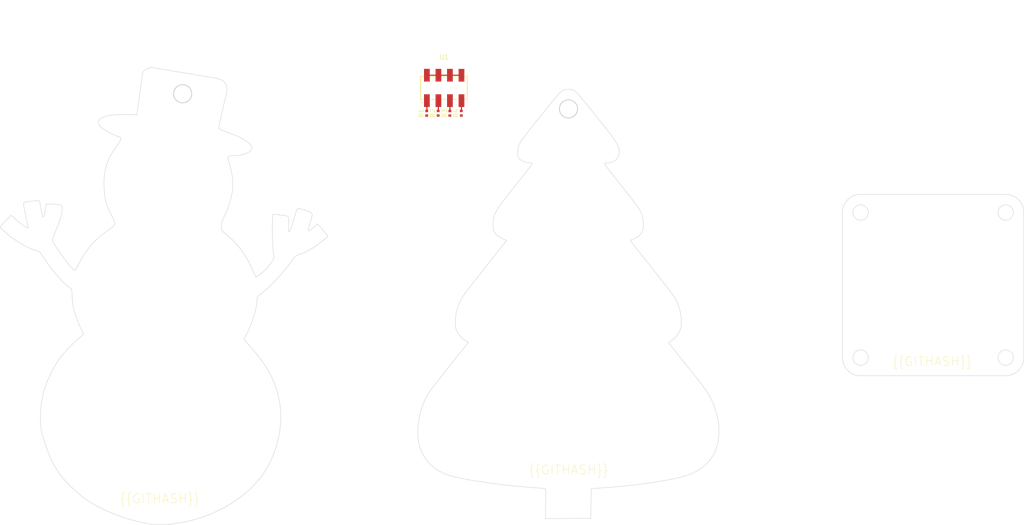
<source format=kicad_pcb>
(kicad_pcb (version 20221018) (generator pcbnew)
  (layers (0 "F.Cu" signal) (31 "B.Cu" signal) (34 "B.Paste" user) (35 "F.Paste" user) (36 "B.SilkS" user "B.Silkscreen") (37 "F.SilkS" user "F.Silkscreen") (38 "B.Mask" user) (39 "F.Mask" user) (44 "Edge.Cuts" user))
  (net 0 "")
  (net 1 "io")
  (net 2 "_1")
  (net 3 "io-1")
  (net 4 "_3")
  (net 5 "io-2")
  (net 6 "_5")
  (net 7 "io-3")
  (net 8 "_7")
  (net 9 "gnd")
  (footprint "lib:HDR-SMD_8P-P2.54-V-M-R2-C4-LS7.4" (layer "F.Cu") (at 133.82 54.325)
    (fp_text reference "U1" (at 0 -6.8) (layer "F.SilkS"))
    (fp_text value "")
    (fp_line (start -5.21 -2.54) (end -5.21 2.54) (stroke (width 0.25)) (layer "F.SilkS"))
    (fp_line (start -5.21 -2.54) (end -4.68 -2.54) (stroke (width 0.25)) (layer "F.SilkS"))
    (fp_line (start -5.21 2.54) (end -4.68 2.54) (stroke (width 0.25)) (layer "F.SilkS"))
    (fp_line (start -2.94 -2.54) (end -2.14 -2.54) (stroke (width 0.25)) (layer "F.SilkS"))
    (fp_line (start -2.94 2.54) (end -2.14 2.54) (stroke (width 0.25)) (layer "F.SilkS"))
    (fp_line (start -0.4 -2.54) (end 0.4 -2.54) (stroke (width 0.25)) (layer "F.SilkS"))
    (fp_line (start -0.4 2.54) (end 0.4 2.54) (stroke (width 0.25)) (layer "F.SilkS"))
    (fp_line (start 2.14 -2.54) (end 2.94 -2.54) (stroke (width 0.25)) (layer "F.SilkS"))
    (fp_line (start 2.14 2.54) (end 2.94 2.54) (stroke (width 0.25)) (layer "F.SilkS"))
    (fp_line (start 4.68 2.54) (end 5.1 2.54) (stroke (width 0.25)) (layer "F.SilkS"))
    (fp_line (start 5.1 -2.54) (end 4.68 -2.54) (stroke (width 0.25)) (layer "F.SilkS"))
    (fp_line (start 5.1 2.54) (end 5.1 -2.54) (stroke (width 0.25)) (layer "F.SilkS"))
    (fp_circle (center -4.95 3.17) (end -4.82 3.17) (stroke (width 0.25)) (fill none) (layer "F.SilkS"))
    (pad "1" smd rect (at -3.81 2.8) (size 1.27 2.8) (layers "F.Cu" "F.Paste" "F.Mask") (net 2 "_1"))
    (pad "2" smd rect (at -3.81 -2.8) (size 1.27 2.8) (layers "F.Cu" "F.Paste" "F.Mask") (net 9 "gnd"))
    (pad "3" smd rect (at -1.27 2.8) (size 1.27 2.8) (layers "F.Cu" "F.Paste" "F.Mask") (net 4 "_3"))
    (pad "4" smd rect (at -1.27 -2.8) (size 1.27 2.8) (layers "F.Cu" "F.Paste" "F.Mask") (net 9 "gnd"))
    (pad "5" smd rect (at 1.27 2.8) (size 1.27 2.8) (layers "F.Cu" "F.Paste" "F.Mask") (net 6 "_5"))
    (pad "6" smd rect (at 1.27 -2.8) (size 1.27 2.8) (layers "F.Cu" "F.Paste" "F.Mask") (net 9 "gnd"))
    (pad "7" smd rect (at 3.81 2.8) (size 1.27 2.8) (layers "F.Cu" "F.Paste" "F.Mask") (net 8 "_7"))
    (pad "8" smd rect (at 3.81 -2.79) (size 1.27 2.8) (layers "F.Cu" "F.Paste" "F.Mask") (net 9 "gnd"))
  )
  (footprint "lib:R0402" (layer "F.Cu") (at 135.071638 59.917421 90)
    (fp_text reference "R3" (at 0 -1.17 90) (layer "F.SilkS"))
    (fp_text value "Chip Resistor - Surface Mount 1KOhms ±5% 1/16W 0402 RoHS")
    (fp_line (start -0.153641 -0.38) (end 0.153641 -0.38) (stroke (width 0.12)) (layer "F.SilkS"))
    (fp_line (start -0.153641 0.38) (end 0.153641 0.38) (stroke (width 0.12)) (layer "F.SilkS"))
    (pad "1" smd roundrect (at -0.51 0 90) (size 0.54 0.64) (layers "F.Cu" "F.Paste" "F.Mask") (net 5 "io-2"))
    (pad "2" smd roundrect (at 0.51 0 90) (size 0.54 0.64) (layers "F.Cu" "F.Paste" "F.Mask") (net 6 "_5"))
  )
  (footprint "lib:R0402" (layer "F.Cu") (at 129.969138 59.912715 90)
    (fp_text reference "R1" (at 0 -1.17 90) (layer "F.SilkS"))
    (fp_text value "Chip Resistor - Surface Mount 1KOhms ±5% 1/16W 0402 RoHS")
    (fp_line (start -0.153641 -0.38) (end 0.153641 -0.38) (stroke (width 0.12)) (layer "F.SilkS"))
    (fp_line (start -0.153641 0.38) (end 0.153641 0.38) (stroke (width 0.12)) (layer "F.SilkS"))
    (pad "1" smd roundrect (at -0.51 0 90) (size 0.54 0.64) (layers "F.Cu" "F.Paste" "F.Mask") (net 1 "io"))
    (pad "2" smd roundrect (at 0.51 0 90) (size 0.54 0.64) (layers "F.Cu" "F.Paste" "F.Mask") (net 2 "_1"))
  )
  (footprint "lib:R0402" (layer "F.Cu") (at 132.494355 59.902051 90)
    (fp_text reference "R2" (at 0 -1.17 90) (layer "F.SilkS"))
    (fp_text value "Chip Resistor - Surface Mount 1KOhms ±5% 1/16W 0402 RoHS")
    (fp_line (start -0.153641 -0.38) (end 0.153641 -0.38) (stroke (width 0.12)) (layer "F.SilkS"))
    (fp_line (start -0.153641 0.38) (end 0.153641 0.38) (stroke (width 0.12)) (layer "F.SilkS"))
    (pad "1" smd roundrect (at -0.51 0 90) (size 0.54 0.64) (layers "F.Cu" "F.Paste" "F.Mask") (net 3 "io-1"))
    (pad "2" smd roundrect (at 0.51 0 90) (size 0.54 0.64) (layers "F.Cu" "F.Paste" "F.Mask") (net 4 "_3"))
  )
  (footprint "lib:R0402" (layer "F.Cu") (at 137.596855 59.902051 90)
    (fp_text reference "R4" (at 0 -1.17 90) (layer "F.SilkS"))
    (fp_text value "Chip Resistor - Surface Mount 1KOhms ±5% 1/16W 0402 RoHS")
    (fp_line (start -0.153641 -0.38) (end 0.153641 -0.38) (stroke (width 0.12)) (layer "F.SilkS"))
    (fp_line (start -0.153641 0.38) (end 0.153641 0.38) (stroke (width 0.12)) (layer "F.SilkS"))
    (pad "1" smd roundrect (at -0.51 0 90) (size 0.54 0.64) (layers "F.Cu" "F.Paste" "F.Mask") (net 7 "io-3"))
    (pad "2" smd roundrect (at 0.51 0 90) (size 0.54 0.64) (layers "F.Cu" "F.Paste" "F.Mask") (net 8 "_7"))
  )
  (gr_circle (center 225.62 81.79) (end 227.32 81.79) (stroke (width 0.1)) (fill none) (layer "Edge.Cuts"))
  (gr_circle (center 257.62 113.79) (end 259.32 113.79) (stroke (width 0.1)) (fill none) (layer "Edge.Cuts"))
  (gr_circle (center 257.62 81.79) (end 259.32 81.79) (stroke (width 0.1)) (fill none) (layer "Edge.Cuts"))
  (gr_poly (pts (xy 75.142222 50.797022) (xy 79.756606 51.568267) (xy 82.366969 51.99203) (xy 83.019066 52.095762) (xy 83.303876 52.146979) (xy 83.563537 52.198618) (xy 83.799806 52.251323) (xy 84.01444 52.305736) (xy 84.209196 52.362498) (xy 84.385831 52.422252) (xy 84.546102 52.485641) (xy 84.691766 52.553306) (xy 84.824581 52.62589) (xy 84.946303 52.704035) (xy 85.05869 52.788383) (xy 85.163499 52.879577) (xy 85.262486 52.978258) (xy 85.357409 53.08507) (xy 85.479286 53.234958) (xy 85.586233 53.378736) (xy 85.634185 53.44915) (xy 85.678498 53.519015) (xy 85.719202 53.588656) (xy 85.75633 53.658402) (xy 85.789911 53.728576) (xy 85.819976 53.799506) (xy 85.846558 53.871517) (xy 85.869686 53.944936) (xy 85.889392 54.020089) (xy 85.905707 54.097301) (xy 85.918662 54.176899) (xy 85.928287 54.259209) (xy 85.934615 54.344557) (xy 85.937675 54.433269) (xy 85.937499 54.525672) (xy 85.934119 54.62209) (xy 85.927564 54.722851) (xy 85.917866 54.82828) (xy 85.889166 55.054449) (xy 85.848266 55.303204) (xy 85.795414 55.577155) (xy 85.730859 55.878909) (xy 85.654849 56.211077) (xy 84.878546 59.55341) (xy 84.657875 60.550977) (xy 84.450892 61.532488) (xy 84.331406 62.116419) (xy 84.229648 62.629765) (xy 84.15639 63.017063) (xy 84.122409 63.222849) (xy 84.123062 63.236814) (xy 84.127967 63.251873) (xy 84.137065 63.268001) (xy 84.150302 63.285171) (xy 84.167619 63.303357) (xy 84.188962 63.322534) (xy 84.214273 63.342674) (xy 84.243497 63.363751) (xy 84.313454 63.408613) (xy 84.398381 63.456909) (xy 84.497828 63.50843) (xy 84.611342 63.562966) (xy 84.738473 63.620306) (xy 84.878767 63.680241) (xy 85.031775 63.742561) (xy 85.197043 63.807056) (xy 85.374121 63.873515) (xy 85.562558 63.94173) (xy 85.7619 64.011489) (xy 85.971698 64.082583) (xy 86.585981 64.296029) (xy 87.172975 64.516947) (xy 87.730729 64.744054) (xy 88.257293 64.976069) (xy 88.75072 65.211708) (xy 89.209058 65.449689) (xy 89.63036 65.68873) (xy 90.012676 65.927548) (xy 90.354056 66.16486) (xy 90.652552 66.399385) (xy 90.906214 66.629839) (xy 91.113092 66.85494) (xy 91.271238 67.073405) (xy 91.378702 67.283953) (xy 91.412819 67.385857) (xy 91.433535 67.485301) (xy 91.440605 67.582123) (xy 91.433787 67.676165) (xy 91.41712 67.753004) (xy 91.390362 67.829368) (xy 91.35383 67.905131) (xy 91.307839 67.980165) (xy 91.252707 68.054343) (xy 91.188749 68.12754) (xy 91.116281 68.199626) (xy 91.03562 68.270477) (xy 90.947082 68.339964) (xy 90.850984 68.407961) (xy 90.747641 68.47434) (xy 90.637371 68.538975) (xy 90.520488 68.601739) (xy 90.39731 68.662505) (xy 90.268153 68.721145) (xy 90.133332 68.777534) (xy 89.993165 68.831543) (xy 89.847967 68.883047) (xy 89.543745 68.978027) (xy 89.223197 69.06146) (xy 88.888852 69.132329) (xy 88.54324 69.189618) (xy 88.188892 69.232313) (xy 88.009232 69.24787) (xy 87.828337 69.259397) (xy 87.646523 69.266767) (xy 87.464106 69.269854) (xy 87.202959 69.272042) (xy 86.97453 69.277492) (xy 86.777472 69.288473) (xy 86.690288 69.296746) (xy 86.610443 69.307253) (xy 86.537768 69.320276) (xy 86.472096 69.3361) (xy 86.413258 69.355009) (xy 86.361087 69.377285) (xy 86.315414 69.403211) (xy 86.276071 69.433073) (xy 86.24289 69.467154) (xy 86.215703 69.505736) (xy 86.194342 69.549103) (xy 86.178638 69.59754) (xy 86.168424 69.65133) (xy 86.163532 69.710755) (xy 86.163793 69.776101) (xy 86.169039 69.847649) (xy 86.179102 69.925685) (xy 86.193814 70.010491) (xy 86.236514 70.20155) (xy 86.295792 70.423093) (xy 86.370304 70.677389) (xy 86.458705 70.966708) (xy 86.582128 71.384478) (xy 86.694998 71.803093) (xy 86.797211 72.221567) (xy 86.888665 72.638919) (xy 86.969257 73.054166) (xy 87.038885 73.466323) (xy 87.097447 73.874409) (xy 87.144838 74.277439) (xy 87.180958 74.674432) (xy 87.205702 75.064404) (xy 87.21897 75.446371) (xy 87.220657 75.819352) (xy 87.210662 76.182361) (xy 87.188881 76.534418) (xy 87.155212 76.874538) (xy 87.109553 77.201739) (xy 86.986123 77.871628) (xy 86.830027 78.558912) (xy 86.643845 79.255662) (xy 86.430157 79.953949) (xy 86.19154 80.645848) (xy 85.930575 81.323429) (xy 85.649841 81.978766) (xy 85.351916 82.60393) (xy 85.189192 82.938586) (xy 85.118752 83.093315) (xy 85.055229 83.240939) (xy 84.998352 83.382431) (xy 84.947849 83.518761) (xy 84.903447 83.650903) (xy 84.864875 83.779828) (xy 84.831859 83.906506) (xy 84.804129 84.031911) (xy 84.781412 84.157013) (xy 84.763435 84.282785) (xy 84.749927 84.410197) (xy 84.740615 84.540223) (xy 84.735228 84.673833) (xy 84.733493 84.811999) (xy 84.736223 85.129082) (xy 84.741369 85.261496) (xy 84.750575 85.379459) (xy 84.764997 85.485194) (xy 84.774524 85.534172) (xy 84.785789 85.580928) (xy 84.798934 85.625739) (xy 84.814106 85.668884) (xy 84.831447 85.710641) (xy 84.851104 85.751288) (xy 84.873219 85.791103) (xy 84.897937 85.830364) (xy 84.925403 85.869349) (xy 84.955761 85.908337) (xy 84.989155 85.947605) (xy 85.02573 85.987432) (xy 85.109 86.069873) (xy 85.206725 86.157886) (xy 85.320061 86.253696) (xy 85.598185 86.477602) (xy 86.096863 86.886277) (xy 86.577755 87.306529) (xy 87.04138 87.739064) (xy 87.488258 88.184586) (xy 87.918909 88.6438) (xy 88.333852 89.117412) (xy 88.733607 89.606125) (xy 89.118694 90.110646) (xy 89.489632 90.631678) (xy 89.846941 91.169927) (xy 90.19114 91.726098) (xy 90.52275 92.300895) (xy 90.84229 92.895024) (xy 91.150279 93.509189) (xy 91.447237 94.144095) (xy 91.733683 94.800448) (xy 91.84059 95.047283) (xy 91.945802 95.277558) (xy 92.046625 95.486234) (xy 92.140364 95.668271) (xy 92.224324 95.818627) (xy 92.295813 95.932265) (xy 92.326039 95.973739) (xy 92.352136 96.004143) (xy 92.373767 96.022848) (xy 92.382804 96.027616) (xy 92.390597 96.029223) (xy 92.399173 96.028006) (xy 92.410522 96.024397) (xy 92.441219 96.010237) (xy 92.482045 95.987221) (xy 92.53236 95.955824) (xy 92.591521 95.916524) (xy 92.658887 95.869798) (xy 92.815666 95.755976) (xy 92.997564 95.618173) (xy 93.199447 95.460204) (xy 93.416182 95.285885) (xy 93.642634 95.099032) (xy 93.891007 94.882848) (xy 94.141366 94.648628) (xy 94.390948 94.400061) (xy 94.636991 94.140836) (xy 94.87673 93.874641) (xy 95.107403 93.605164) (xy 95.326247 93.336095) (xy 95.530498 93.071122) (xy 95.717394 92.813933) (xy 95.884171 92.568218) (xy 96.028066 92.337665) (xy 96.146316 92.125962) (xy 96.236159 91.936798) (xy 96.294829 91.773863) (xy 96.311612 91.703383) (xy 96.319566 91.640844) (xy 96.318345 91.586706) (xy 96.307605 91.54143) (xy 96.264441 91.378418) (xy 96.221593 91.121805) (xy 96.138989 90.373142) (xy 96.064068 89.386161) (xy 96.001109 88.251583) (xy 95.954389 87.060129) (xy 95.928186 85.902519) (xy 95.926777 84.869474) (xy 95.95444 84.051714) (xy 96.07471 82.177477) (xy 97.36716 82.304781) (xy 98.13507 82.379263) (xy 98.441266 82.413109) (xy 98.700599 82.449744) (xy 98.916803 82.492956) (xy 99.009898 82.518212) (xy 99.09361 82.546534) (xy 99.168406 82.578395) (xy 99.234753 82.614268) (xy 99.293117 82.654627) (xy 99.343964 82.699946) (xy 99.387763 82.750698) (xy 99.424978 82.807357) (xy 99.456076 82.870396) (xy 99.481525 82.94029) (xy 99.501791 83.017511) (xy 99.51734 83.102533) (xy 99.536155 83.297877) (xy 99.541702 83.530109) (xy 99.537716 83.803018) (xy 99.51607 84.486025) (xy 99.501811 85.019341) (xy 99.495778 85.429631) (xy 99.49953 85.727933) (xy 99.505563 85.838537) (xy 99.514626 85.925284) (xy 99.526915 85.989553) (xy 99.542625 86.032723) (xy 99.551823 86.046828) (xy 99.56195 86.056175) (xy 99.573029 86.060938) (xy 99.585085 86.061289) (xy 99.612224 86.049443) (xy 99.643564 86.022019) (xy 99.679299 85.980395) (xy 99.719623 85.925951) (xy 99.770963 85.835961) (xy 99.83738 85.6921) (xy 100.00736 85.267042) (xy 100.213404 84.699332) (xy 100.439353 84.037526) (xy 100.669049 83.330178) (xy 100.886332 82.625845) (xy 101.075044 81.973082) (xy 101.219027 81.420443) (xy 101.232451 81.367288) (xy 101.246658 81.317349) (xy 101.261814 81.270604) (xy 101.278084 81.227032) (xy 101.295634 81.186611) (xy 101.314631 81.149321) (xy 101.33524 81.115138) (xy 101.357628 81.084043) (xy 101.381959 81.056013) (xy 101.4084 81.031027) (xy 101.437117 81.009064) (xy 101.468275 80.990102) (xy 101.502041 80.974119) (xy 101.538581 80.961095) (xy 101.578059 80.951007) (xy 101.620643 80.943835) (xy 101.666497 80.939556) (xy 101.715788 80.938149) (xy 101.768682 80.939594) (xy 101.825345 80.943867) (xy 101.885942 80.950949) (xy 101.950639 80.960817) (xy 102.019603 80.97345) (xy 102.092998 80.988826) (xy 102.170992 81.006924) (xy 102.253749 81.027723) (xy 102.434219 81.077337) (xy 102.635734 81.137495) (xy 102.859622 81.208025) (xy 103.581471 81.438726) (xy 103.868146 81.535185) (xy 104.108644 81.625316) (xy 104.212356 81.669476) (xy 104.305459 81.713816) (xy 104.388264 81.758923) (xy 104.461082 81.805384) (xy 104.524226 81.853787) (xy 104.578006 81.904719) (xy 104.622735 81.958768) (xy 104.658725 82.01652) (xy 104.686285 82.078563) (xy 104.705729 82.145484) (xy 104.717368 82.217871) (xy 104.721513 82.296311) (xy 104.718476 82.381392) (xy 104.708568 82.4737) (xy 104.692102 82.573823) (xy 104.669388 82.682348) (xy 104.606464 82.926954) (xy 104.522289 83.212218) (xy 104.300158 83.92351) (xy 104.076968 84.658354) (xy 103.993442 84.95378) (xy 103.929762 85.203046) (xy 103.886777 85.407528) (xy 103.865337 85.568604) (xy 103.862962 85.633296) (xy 103.866292 85.687652) (xy 103.875434 85.731846) (xy 103.890492 85.766049) (xy 103.911574 85.790433) (xy 103.938786 85.805172) (xy 103.972234 85.810436) (xy 104.012025 85.806398) (xy 104.058263 85.79323) (xy 104.111056 85.771105) (xy 104.236732 85.700671) (xy 104.3899 85.596472) (xy 104.571411 85.459887) (xy 105.02286 85.095065) (xy 105.918216 84.355181) (xy 106.388476 84.86751) (xy 106.496975 84.987739) (xy 106.625318 85.133369) (xy 106.92254 85.478508) (xy 107.242155 85.858286) (xy 107.546176 86.22806) (xy 108.2336 87.076296) (xy 106.72333 88.254687) (xy 106.031007 88.783192) (xy 105.392025 89.245391) (xy 105.089314 89.453516) (xy 104.796071 89.647331) (xy 104.511007 89.827593) (xy 104.232833 89.995056) (xy 103.960259 90.150478) (xy 103.691998 90.294613) (xy 103.426759 90.428217) (xy 103.163254 90.552046) (xy 102.900193 90.666855) (xy 102.636288 90.773401) (xy 102.370249 90.872439) (xy 102.100787 90.964724) (xy 101.955978 91.013649) (xy 101.818902 91.062832) (xy 101.689432 91.112348) (xy 101.567439 91.162273) (xy 101.452795 91.212683) (xy 101.345371 91.263651) (xy 101.245039 91.315254) (xy 101.151671 91.367567) (xy 101.065138 91.420665) (xy 100.985313 91.474624) (xy 100.912065 91.529517) (xy 100.845269 91.585421) (xy 100.784794 91.642412) (xy 100.730512 91.700563) (xy 100.682296 91.759951) (xy 100.640017 91.82065) (xy 100.313962 92.312951) (xy 99.958065 92.82026) (xy 99.575318 93.339289) (xy 99.168711 93.866747) (xy 98.741234 94.399346) (xy 98.295878 94.933795) (xy 97.835635 95.466804) (xy 97.363494 95.995083) (xy 96.882446 96.515343) (xy 96.395482 97.024295) (xy 95.905593 97.518647) (xy 95.415769 97.995111) (xy 94.929002 98.450396) (xy 94.44828 98.881213) (xy 93.976596 99.284272) (xy 93.51694 99.656283) (xy 93.364132 99.777198) (xy 93.228349 99.887118) (xy 93.108601 99.987555) (xy 93.003899 100.080022) (xy 92.913256 100.166032) (xy 92.835682 100.247098) (xy 92.770188 100.324733) (xy 92.741662 100.362737) (xy 92.715786 100.40045) (xy 92.692435 100.438062) (xy 92.671487 100.475762) (xy 92.652817 100.513738) (xy 92.636302 100.552181) (xy 92.621819 100.591279) (xy 92.609244 100.631221) (xy 92.589322 100.714395) (xy 92.575548 100.803215) (xy 92.566934 100.899195) (xy 92.56249 101.003847) (xy 92.561229 101.118685) (xy 92.548214 101.459191) (xy 92.510172 101.840399) (xy 92.448603 102.257479) (xy 92.365007 102.705605) (xy 92.260885 103.179948) (xy 92.137739 103.675679) (xy 91.997068 104.187971) (xy 91.840373 104.711996) (xy 91.669155 105.242926) (xy 91.484915 105.775933) (xy 91.289154 106.306188) (xy 91.083372 106.828864) (xy 90.86907 107.339132) (xy 90.647749 107.832164) (xy 90.420909 108.303133) (xy 90.190051 108.74721) (xy 89.658061 109.729433) (xy 90.799319 111.025652) (xy 91.552256 111.894452) (xy 92.247519 112.726345) (xy 92.887901 113.52649) (xy 93.476195 114.300047) (xy 94.015193 115.052178) (xy 94.507688 115.788042) (xy 94.956473 116.5128) (xy 95.364341 117.231612) (xy 95.734083 117.949638) (xy 96.068493 118.672038) (xy 96.370364 119.403974) (xy 96.642488 120.150605) (xy 96.887657 120.917091) (xy 97.108665 121.708593) (xy 97.308304 122.530271) (xy 97.489367 123.387286) (xy 97.659586 124.435519) (xy 97.764545 125.512723) (xy 97.805707 126.613102) (xy 97.784533 127.73086) (xy 97.702485 128.860202) (xy 97.561026 129.995332) (xy 97.361618 131.130454) (xy 97.105722 132.259774) (xy 96.794801 133.377494) (xy 96.430316 134.47782) (xy 96.01373 135.554956) (xy 95.546505 136.603107) (xy 95.030102 137.616476) (xy 94.465984 138.589268) (xy 93.855613 139.515689) (xy 93.20045 140.389941) (xy 92.386005 141.350273) (xy 91.510226 142.273552) (xy 90.576227 143.158109) (xy 89.587122 144.002278) (xy 88.546024 144.80439) (xy 87.456048 145.562779) (xy 86.320308 146.275777) (xy 85.141916 146.941716) (xy 83.923988 147.558929) (xy 82.669636 148.125749) (xy 81.381976 148.640508) (xy 80.06412 149.101539) (xy 78.719182 149.507174) (xy 77.350277 149.855747) (xy 75.960518 150.145589) (xy 74.553019 150.375033) (xy 73.862872 150.459306) (xy 73.131633 150.525975) (xy 72.383923 150.574372) (xy 71.644361 150.603827) (xy 70.93757 150.613671) (xy 70.288169 150.603235) (xy 69.720779 150.57185) (xy 69.475532 150.548093) (xy 69.26002 150.518847) (xy 69.260051 150.518832) (xy 67.831835 150.262486) (xy 66.416949 149.953785) (xy 65.016193 149.592984) (xy 63.630368 149.180338) (xy 62.260274 148.716103) (xy 60.90671 148.200532) (xy 59.570477 147.633881) (xy 58.252375 147.016405) (xy 57.283074 146.528505) (xy 56.847829 146.298277) (xy 56.438641 146.072324) (xy 56.050351 145.846994) (xy 55.6778 145.618633) (xy 55.315827 145.383588) (xy 54.959273 145.138205) (xy 54.602979 144.87883) (xy 54.241783 144.601811) (xy 53.870528 144.303492) (xy 53.484054 143.980222) (xy 52.644807 143.244211) (xy 51.682765 142.36455) (xy 51.097036 141.804159) (xy 50.54538 141.238954) (xy 50.025658 140.665073) (xy 49.535731 140.078649) (xy 49.07346 139.475819) (xy 48.636705 138.852719) (xy 48.223328 138.205483) (xy 47.831189 137.530249) (xy 47.458149 136.823151) (xy 47.10207 136.080325) (xy 46.760812 135.297907) (xy 46.432236 134.472032) (xy 46.114202 133.598836) (xy 45.804573 132.674455) (xy 45.501208 131.695024) (xy 45.201968 130.656679) (xy 45.078569 130.147371) (xy 44.978794 129.594224) (xy 44.90231 129.00242) (xy 44.848785 128.377144) (xy 44.817886 127.723579) (xy 44.809281 127.046907) (xy 44.822637 126.352311) (xy 44.857621 125.644974) (xy 44.913901 124.93008) (xy 44.991145 124.212811) (xy 45.089019 123.498351) (xy 45.207191 122.791883) (xy 45.345328 122.098589) (xy 45.503099 121.423652) (xy 45.68017 120.772256) (xy 45.876208 120.149584) (xy 46.005143 119.787909) (xy 46.154924 119.401263) (xy 46.508073 118.570286) (xy 46.917749 117.69111) (xy 47.366047 116.79819) (xy 47.83506 115.92598) (xy 48.306883 115.108937) (xy 48.76361 114.381515) (xy 48.980717 114.062179) (xy 49.187335 113.77817) (xy 49.387433 113.519297) (xy 49.599256 113.255538) (xy 50.056372 112.715109) (xy 50.555279 112.160374) (xy 51.092575 111.594824) (xy 51.664855 111.021952) (xy 52.268718 110.445248) (xy 52.900758 109.868205) (xy 53.557574 109.294314) (xy 54.329783 108.634142) (xy 53.616031 107.110232) (xy 53.390001 106.6154) (xy 53.179365 106.128819) (xy 52.984012 105.650049) (xy 52.803829 105.178652) (xy 52.638704 104.71419) (xy 52.488525 104.256224) (xy 52.353181 103.804315) (xy 52.232559 103.358025) (xy 52.126547 102.916915) (xy 52.035034 102.480548) (xy 51.957906 102.048484) (xy 51.895053 101.620284) (xy 51.846363 101.195511) (xy 51.811722 100.773726) (xy 51.79102 100.35449) (xy 51.784144 99.937365) (xy 51.780657 99.620612) (xy 51.776007 99.482669) (xy 51.769161 99.357285) (xy 51.759927 99.243666) (xy 51.748111 99.141014) (xy 51.733519 99.048534) (xy 51.715958 98.96543) (xy 51.695233 98.890904) (xy 51.671153 98.824161) (xy 51.643523 98.764406) (xy 51.612149 98.71084) (xy 51.576839 98.662669) (xy 51.537399 98.619096) (xy 51.493635 98.579325) (xy 51.445353 98.542559) (xy 51.149902 98.324092) (xy 50.839064 98.073347) (xy 50.514896 97.792628) (xy 50.179453 97.484238) (xy 49.834791 97.150482) (xy 49.482966 96.793665) (xy 49.126033 96.41609) (xy 48.766047 96.020062) (xy 48.405065 95.607885) (xy 48.045142 95.181864) (xy 47.688333 94.744302) (xy 47.336694 94.297504) (xy 46.992281 93.843774) (xy 46.657149 93.385417) (xy 46.333354 92.924737) (xy 46.022952 92.464037) (xy 45.611719 91.844971) (xy 45.279782 91.362091) (xy 45.137757 91.165551) (xy 45.008606 90.995655) (xy 44.89001 90.849933) (xy 44.779654 90.725918) (xy 44.675221 90.621143) (xy 44.574392 90.533138) (xy 44.474852 90.459437) (xy 44.374284 90.397571) (xy 44.27037 90.345073) (xy 44.160793 90.299474) (xy 44.043237 90.258307) (xy 43.915385 90.219103) (xy 43.593888 90.117525) (xy 43.255864 89.996009) (xy 42.903268 89.855657) (xy 42.538058 89.697573) (xy 42.162189 89.522858) (xy 41.777618 89.332616) (xy 41.386301 89.127951) (xy 40.990194 88.909964) (xy 40.591254 88.679759) (xy 40.191438 88.438438) (xy 39.792701 88.187105) (xy 39.396999 87.926862) (xy 39.00629 87.658812) (xy 38.622529 87.384058) (xy 38.247673 87.103703) (xy 37.883677 86.81885) (xy 37.49456 86.502783) (xy 37.131548 86.199554) (xy 36.802586 85.916398) (xy 36.515619 85.660548) (xy 36.278593 85.439239) (xy 36.099452 85.259705) (xy 36.034071 85.187865) (xy 35.986141 85.129182) (xy 35.956654 85.08456) (xy 35.946605 85.054903) (xy 35.948192 85.042433) (xy 35.952903 85.026953) (xy 35.971384 84.987332) (xy 36.001425 84.936776) (xy 36.042403 84.876021) (xy 36.093695 84.805804) (xy 36.154681 84.726859) (xy 36.224736 84.639924) (xy 36.303239 84.545735) (xy 36.389567 84.445026) (xy 36.483097 84.338536) (xy 36.689276 84.11115) (xy 36.916796 83.869466) (xy 37.037003 83.745102) (xy 37.160678 83.619372) (xy 38.374759 82.395922) (xy 39.365809 83.301684) (xy 39.814301 83.698656) (xy 40.266196 84.075272) (xy 40.704205 84.419302) (xy 41.111041 84.718514) (xy 41.469414 84.960676) (xy 41.625024 85.056541) (xy 41.762035 85.133557) (xy 41.878286 85.190195) (xy 41.971615 85.224926) (xy 42.039863 85.236222) (xy 42.063905 85.232603) (xy 42.080867 85.222552) (xy 42.085566 85.215268) (xy 42.089233 85.203934) (xy 42.093537 85.169549) (xy 42.093921 85.120268) (xy 42.090523 85.056964) (xy 42.083485 84.98051) (xy 42.072948 84.891778) (xy 42.059051 84.79164) (xy 42.041937 84.68097) (xy 41.998614 84.43152) (xy 41.944105 84.150408) (xy 41.879534 83.844615) (xy 41.806025 83.52112) (xy 41.578977 82.541169) (xy 41.399614 81.732306) (xy 41.265507 81.079136) (xy 41.174225 80.56626) (xy 41.123338 80.17828) (xy 41.112283 80.026315) (xy 41.110416 79.899799) (xy 41.117432 79.796809) (xy 41.133029 79.71542) (xy 41.156901 79.653706) (xy 41.188746 79.609743) (xy 41.213078 79.592846) (xy 41.252556 79.575085) (xy 41.372962 79.537437) (xy 41.541984 79.497733) (xy 41.751641 79.456905) (xy 42.26094 79.37561) (xy 42.837013 79.301016) (xy 43.416018 79.240586) (xy 43.934111 79.201782) (xy 44.150364 79.192822) (xy 44.327447 79.192067) (xy 44.45738 79.20045) (xy 44.532183 79.218905) (xy 44.538527 79.223215) (xy 44.545097 79.229471) (xy 44.551878 79.23762) (xy 44.558855 79.247608) (xy 44.573336 79.272888) (xy 44.588416 79.304879) (xy 44.603974 79.343154) (xy 44.619887 79.387282) (xy 44.636031 79.436835) (xy 44.652284 79.491383) (xy 44.668525 79.550496) (xy 44.684629 79.613746) (xy 44.700475 79.680703) (xy 44.715939 79.750937) (xy 44.7309 79.82402) (xy 44.745234 79.899521) (xy 44.75882 79.977012) (xy 44.771533 80.056063) (xy 44.946351 81.130774) (xy 45.025944 81.564983) (xy 45.101061 81.931234) (xy 45.172253 82.230134) (xy 45.24007 82.462288) (xy 45.305063 82.628302) (xy 45.336673 82.686696) (xy 45.367783 82.728781) (xy 45.398463 82.754634) (xy 45.428781 82.764331) (xy 45.458807 82.757947) (xy 45.488608 82.735557) (xy 45.518254 82.697238) (xy 45.547814 82.643066) (xy 45.606951 82.487462) (xy 45.666568 82.269351) (xy 45.727218 81.98934) (xy 45.78945 81.648032) (xy 45.853816 81.246035) (xy 46.055377 79.918581) (xy 47.417926 79.96628) (xy 48.109143 79.993687) (xy 48.392021 80.009194) (xy 48.636741 80.027435) (xy 48.846051 80.049559) (xy 49.022696 80.076715) (xy 49.169424 80.110051) (xy 49.288982 80.150717) (xy 49.339431 80.174158) (xy 49.384117 80.199861) (xy 49.423385 80.227972) (xy 49.457577 80.258632) (xy 49.487036 80.291987) (xy 49.512107 80.32818) (xy 49.533132 80.367353) (xy 49.550455 80.409652) (xy 49.575367 80.504197) (xy 49.589592 80.612965) (xy 49.595876 80.737105) (xy 49.596965 80.877764) (xy 49.590289 81.099803) (xy 49.571905 81.336737) (xy 49.542029 81.587807) (xy 49.500879 81.852253) (xy 49.448672 82.129318) (xy 49.385623 82.418243) (xy 49.311951 82.718269) (xy 49.227873 83.028637) (xy 49.133604 83.34859) (xy 49.029362 83.677367) (xy 48.915364 84.014212) (xy 48.791827 84.358364) (xy 48.658967 84.709065) (xy 48.517002 85.065558) (xy 48.366148 85.427082) (xy 48.206622 85.792879) (xy 47.949769 86.374791) (xy 47.755997 86.832451) (xy 47.68104 87.021721) (xy 47.619784 87.188367) (xy 47.571537 87.335205) (xy 47.535609 87.465048) (xy 47.511311 87.580709) (xy 47.497952 87.685002) (xy 47.494842 87.78074) (xy 47.501291 87.870737) (xy 47.516609 87.957807) (xy 47.540106 88.044763) (xy 47.571091 88.134418) (xy 47.608874 88.229586) (xy 47.761079 88.551834) (xy 47.975096 88.939463) (xy 48.241913 89.380584) (xy 48.55252 89.863307) (xy 49.269066 90.905997) (xy 50.052651 91.972411) (xy 50.831193 92.967426) (xy 51.196047 93.408433) (xy 51.532609 93.795921) (xy 51.831869 94.117998) (xy 52.084818 94.362774) (xy 52.282443 94.518359) (xy 52.357694 94.558989) (xy 52.415736 94.572863) (xy 52.426811 94.571375) (xy 52.439084 94.56696) (xy 52.452509 94.559691) (xy 52.467041 94.549641) (xy 52.482633 94.536883) (xy 52.499239 94.521489) (xy 52.516813 94.503532) (xy 52.535309 94.483086) (xy 52.574881 94.435018) (xy 52.617586 94.377866) (xy 52.663055 94.312214) (xy 52.710918 94.238646) (xy 52.760808 94.157745) (xy 52.812354 94.070093) (xy 52.865187 93.976276) (xy 52.918939 93.876875) (xy 52.97324 93.772474) (xy 53.02772 93.663657) (xy 53.082012 93.551007) (xy 53.135745 93.435107) (xy 53.405424 92.869327) (xy 53.69623 92.311615) (xy 54.007442 91.76282) (xy 54.338342 91.223792) (xy 54.688208 90.695381) (xy 55.05632 90.178436) (xy 55.441958 89.673808) (xy 55.844402 89.182347) (xy 56.262932 88.704901) (xy 56.696828 88.242322) (xy 57.145369 87.795459) (xy 57.607836 87.365163) (xy 58.083508 86.952281) (xy 58.571665 86.557666) (xy 59.071586 86.182166) (xy 59.582553 85.826632) (xy 59.914962 85.598282) (xy 60.214172 85.3804) (xy 60.477869 85.17504) (xy 60.595674 85.077698) (xy 60.703732 84.984257) (xy 60.801753 84.894974) (xy 60.889447 84.810106) (xy 60.966524 84.72991) (xy 61.032694 84.654642) (xy 61.087669 84.584559) (xy 61.131158 84.519919) (xy 61.162872 84.460977) (xy 61.182521 84.407992) (xy 61.189444 84.378526) (xy 61.194656 84.347449) (xy 61.198136 84.314702) (xy 61.199864 84.280227) (xy 61.197977 84.205863) (xy 61.188829 84.123892) (xy 61.172254 84.033852) (xy 61.148084 83.935279) (xy 61.116154 83.82771) (xy 61.076297 83.71068) (xy 61.028345 83.583727) (xy 60.972134 83.446388) (xy 60.907495 83.298197) (xy 60.834263 83.138693) (xy 60.75227 82.967412) (xy 60.661351 82.783889) (xy 60.561339 82.587662) (xy 60.452067 82.378268) (xy 60.237971 81.961359) (xy 60.041673 81.555601) (xy 59.862568 81.158484) (xy 59.700049 80.767498) (xy 59.553508 80.380135) (xy 59.422339 79.993885) (xy 59.305935 79.60624) (xy 59.203689 79.21469) (xy 59.114995 78.816725) (xy 59.039245 78.409838) (xy 58.975833 77.991518) (xy 58.924151 77.559256) (xy 58.883594 77.110544) (xy 58.853553 76.642872) (xy 58.833423 76.153731) (xy 58.822596 75.640612) (xy 58.82378 75.019765) (xy 58.843433 74.425285) (xy 58.882591 73.854032) (xy 58.942291 73.302869) (xy 59.023569 72.768658) (xy 59.127459 72.248262) (xy 59.255 71.738542) (xy 59.407225 71.236361) (xy 59.585172 70.73858) (xy 59.789877 70.242062) (xy 60.022374 69.743669) (xy 60.283701 69.240263) (xy 60.574893 68.728705) (xy 60.896986 68.205859) (xy 61.251015 67.668586) (xy 61.638018 67.113749) (xy 61.84244 66.825076) (xy 62.020375 66.566593) (xy 62.17201 66.336298) (xy 62.29753 66.132187) (xy 62.397121 65.95226) (xy 62.470968 65.794512) (xy 62.498296 65.72333) (xy 62.519258 65.656942) (xy 62.533877 65.595098) (xy 62.542176 65.537547) (xy 62.544179 65.484039) (xy 62.539908 65.434323) (xy 62.529387 65.388151) (xy 62.512639 65.34527) (xy 62.489688 65.305431) (xy 62.460556 65.268384) (xy 62.425267 65.233878) (xy 62.383844 65.201662) (xy 62.33631 65.171487) (xy 62.282689 65.143103) (xy 62.157276 65.090703) (xy 62.007792 65.042459) (xy 61.834422 64.996371) (xy 61.657986 64.943069) (xy 61.445562 64.862593) (xy 61.203024 64.758325) (xy 60.93625 64.633653) (xy 60.353499 64.336631) (xy 59.744319 63.998608) (xy 59.155721 63.646664) (xy 58.634716 63.307879) (xy 58.414252 63.151884) (xy 58.228316 63.009334) (xy 58.082783 62.883614) (xy 57.983531 62.778109) (xy 57.869943 62.622242) (xy 57.777351 62.470362) (xy 57.705558 62.322559) (xy 57.654369 62.178917) (xy 57.623588 62.039526) (xy 57.613018 61.904471) (xy 57.622463 61.773839) (xy 57.651728 61.647718) (xy 57.700616 61.526195) (xy 57.768931 61.409356) (xy 57.856477 61.297289) (xy 57.963058 61.190081) (xy 58.088479 61.087819) (xy 58.232542 60.99059) (xy 58.395052 60.89848) (xy 58.575812 60.811578) (xy 58.774627 60.72997) (xy 58.991301 60.653743) (xy 59.225638 60.582984) (xy 59.477441 60.51778) (xy 59.746514 60.458218) (xy 60.032661 60.404385) (xy 60.335687 60.356369) (xy 60.655395 60.314256) (xy 60.991589 60.278134) (xy 61.344073 60.248089) (xy 61.712651 60.224208) (xy 62.097127 60.20658) (xy 62.497305 60.195289) (xy 62.912988 60.190424) (xy 63.343981 60.192072) (xy 63.790088 60.20032) (xy 66.056857 60.258219) (xy 66.273486 58.80189) (xy 66.542465 56.891029) (xy 66.884944 54.341891) (xy 67.190183 52.053843) (xy 67.248082 51.679802) (xy 67.303557 51.37005) (xy 67.359078 51.117137) (xy 67.417116 50.913616) (xy 67.48014 50.752035) (xy 67.55062 50.624945) (xy 67.631027 50.524898) (xy 67.72383 50.444442) (xy 67.831501 50.37613) (xy 67.956508 50.312512) (xy 68.268412 50.169558) (xy 69.100734 49.778315)) (stroke (width 0.1)) (fill none) (layer "Edge.Cuts"))
  (gr_arc (start 261.62 113.79) (mid 260.448427 116.618427) (end 257.62 117.79) (stroke (width 0.1)) (layer "Edge.Cuts"))
  (gr_arc (start 225.62 117.79) (mid 222.791573 116.618427) (end 221.62 113.79) (stroke (width 0.1)) (layer "Edge.Cuts"))
  (gr_line (start 261.62 113.79) (end 261.62 81.79) (stroke (width 0.1)) (layer "Edge.Cuts"))
  (gr_circle (center 161.229974 58.946031) (end 163.229974 58.946031) (stroke (width 0.2)) (fill none) (layer "Edge.Cuts"))
  (gr_line (start 221.62 81.79) (end 221.62 113.79) (stroke (width 0.1)) (layer "Edge.Cuts"))
  (gr_arc (start 257.62 77.79) (mid 260.448427 78.961573) (end 261.62 81.79) (stroke (width 0.1)) (layer "Edge.Cuts"))
  (gr_poly (pts (xy 161.429183 54.643361) (xy 161.588699 54.648976) (xy 161.743405 54.660128) (xy 161.8913 54.67685) (xy 162.030385 54.699174) (xy 162.158659 54.727132) (xy 162.274122 54.760758) (xy 162.374774 54.800082) (xy 162.418214 54.822065) (xy 162.465501 54.850416) (xy 162.517128 54.885713) (xy 162.573587 54.928531) (xy 162.702967 55.039035) (xy 162.857578 55.186538) (xy 163.041357 55.37565) (xy 163.258241 55.610981) (xy 163.512165 55.897139) (xy 163.807067 56.238735) (xy 164.146884 56.640378) (xy 164.53555 57.106678) (xy 164.977005 57.642244) (xy 165.475183 58.251687) (xy 166.657456 59.710639) (xy 168.113864 61.520411) (xy 169.490282 63.25197) (xy 170.562092 64.650979) (xy 170.993296 65.243203) (xy 171.359779 65.7732) (xy 171.665351 66.247941) (xy 171.913823 66.674396) (xy 172.109006 67.059535) (xy 172.254708 67.41033) (xy 172.354741 67.733749) (xy 172.412915 68.036764) (xy 172.433041 68.326344) (xy 172.418927 68.609461) (xy 172.374385 68.893084) (xy 172.303226 69.184183) (xy 172.274597 69.278158) (xy 172.242 69.369887) (xy 172.205507 69.459324) (xy 172.165188 69.546423) (xy 172.121114 69.631137) (xy 172.073357 69.713419) (xy 172.021987 69.793223) (xy 171.967076 69.870502) (xy 171.908694 69.945208) (xy 171.846914 70.017296) (xy 171.781806 70.08672) (xy 171.71344 70.153431) (xy 171.641889 70.217383) (xy 171.567223 70.278531) (xy 171.489513 70.336826) (xy 171.408831 70.392223) (xy 171.325247 70.444674) (xy 171.238833 70.494134) (xy 171.14966 70.540554) (xy 171.057799 70.58389) (xy 170.96332 70.624093) (xy 170.866295 70.661118) (xy 170.766796 70.694917) (xy 170.664893 70.725444) (xy 170.560657 70.752652) (xy 170.45416 70.776495) (xy 170.345472 70.796926) (xy 170.234664 70.813898) (xy 170.121809 70.827364) (xy 170.006976 70.837278) (xy 169.890237 70.843593) (xy 169.771663 70.846262) (xy 169.726607 70.847177) (xy 169.681188 70.849133) (xy 169.590479 70.855957) (xy 169.501974 70.8663) (xy 169.418107 70.879728) (xy 169.378675 70.887463) (xy 169.341315 70.895806) (xy 169.306334 70.904703) (xy 169.274034 70.9141) (xy 169.244721 70.923942) (xy 169.218699 70.934176) (xy 169.196272 70.944746) (xy 169.177745 70.955599) (xy 169.171643 70.965792) (xy 169.172154 70.983757) (xy 169.17922 71.009417) (xy 169.192785 71.042693) (xy 169.239181 71.131786) (xy 169.310885 71.250417) (xy 169.407439 71.397965) (xy 169.528385 71.573811) (xy 169.673265 71.777334) (xy 169.841623 72.007915) (xy 170.246938 72.547768) (xy 170.740668 73.18841) (xy 171.319154 73.924882) (xy 171.978732 74.752222) (xy 174.641332 78.093405) (xy 175.537111 79.246786) (xy 176.200008 80.134787) (xy 176.673118 80.816979) (xy 176.99954 81.352933) (xy 177.222371 81.802218) (xy 177.384708 82.224406) (xy 177.462833 82.472098) (xy 177.531331 82.72855) (xy 177.59016 82.991701) (xy 177.639284 83.259489) (xy 177.678662 83.529854) (xy 177.708257 83.800735) (xy 177.728028 84.070071) (xy 177.737937 84.335802) (xy 177.737946 84.595867) (xy 177.728014 84.848205) (xy 177.708104 85.090755) (xy 177.678176 85.321456) (xy 177.638191 85.538248) (xy 177.588111 85.739069) (xy 177.527896 85.92186) (xy 177.457507 86.084559) (xy 177.391656 86.207668) (xy 177.318059 86.327563) (xy 177.236853 86.444134) (xy 177.148173 86.557272) (xy 177.052156 86.666869) (xy 176.948938 86.772814) (xy 176.838657 86.874999) (xy 176.721448 86.973315) (xy 176.597448 87.067652) (xy 176.466794 87.157903) (xy 176.32962 87.243956) (xy 176.186065 87.325705) (xy 176.036265 87.403039) (xy 175.880355 87.475849) (xy 175.718473 87.544027) (xy 175.550754 87.607462) (xy 175.482045 87.632835) (xy 175.415483 87.658969) (xy 175.351405 87.685667) (xy 175.290146 87.712731) (xy 175.23204 87.739963) (xy 175.177423 87.767164) (xy 175.126631 87.794136) (xy 175.079997 87.820681) (xy 175.037859 87.846601) (xy 175.00055 87.871698) (xy 174.968407 87.895773) (xy 174.941764 87.918629) (xy 174.920956 87.940066) (xy 174.90632 87.959888) (xy 174.898189 87.977896) (xy 174.896668 87.986157) (xy 174.8969 87.993891) (xy 174.922027 88.037315) (xy 174.991394 88.135797) (xy 175.25375 88.486297) (xy 176.209258 89.720013) (xy 177.617844 91.508896) (xy 179.333926 93.666804) (xy 181.092323 95.879526) (xy 182.616098 97.817656) (xy 183.742073 99.272256) (xy 184.307071 100.034388) (xy 184.515284 100.360502) (xy 184.7117 100.694247) (xy 184.896111 101.034954) (xy 185.068309 101.381957) (xy 185.228084 101.734588) (xy 185.375229 102.092181) (xy 185.509535 102.454068) (xy 185.630794 102.819582) (xy 185.738797 103.188056) (xy 185.833335 103.558822) (xy 185.914201 103.931214) (xy 185.981186 104.304563) (xy 186.034081 104.678204) (xy 186.072678 105.051468) (xy 186.096768 105.423689) (xy 186.106143 105.794199) (xy 186.105091 106.172735) (xy 186.095928 106.491761) (xy 186.087599 106.633067) (xy 186.076394 106.764426) (xy 186.062032 106.887483) (xy 186.044229 107.003882) (xy 186.022703 107.115265) (xy 185.997171 107.223277) (xy 185.967351 107.329562) (xy 185.932961 107.435763) (xy 185.893716 107.543524) (xy 185.849336 107.654488) (xy 185.744037 107.892603) (xy 185.654537 108.079442) (xy 185.563285 108.257402) (xy 185.469989 108.426825) (xy 185.374358 108.588053) (xy 185.276102 108.741425) (xy 185.174928 108.887283) (xy 185.070547 109.025968) (xy 184.962667 109.15782) (xy 184.850997 109.283181) (xy 184.735246 109.402392) (xy 184.615122 109.515794) (xy 184.490336 109.623727) (xy 184.360596 109.726532) (xy 184.22561 109.824551) (xy 184.085088 109.918125) (xy 183.938739 110.007593) (xy 183.810996 110.084401) (xy 183.691836 110.159793) (xy 183.583867 110.231854) (xy 183.489696 110.298666) (xy 183.41193 110.358313) (xy 183.380014 110.384851) (xy 183.353176 110.408878) (xy 183.331744 110.430155) (xy 183.316042 110.448443) (xy 183.306397 110.463502) (xy 183.303947 110.469746) (xy 183.303134 110.475092) (xy 183.318272 110.503511) (xy 183.362609 110.567965) (xy 183.532916 110.797359) (xy 183.802115 111.148045) (xy 184.158269 111.604794) (xy 185.08369 112.775559) (xy 186.213672 114.187815) (xy 189.362188 118.120691) (xy 190.402126 119.447898) (xy 191.169656 120.462983) (xy 191.727633 121.251467) (xy 192.13891 121.898876) (xy 192.466342 122.490732) (xy 192.772785 123.112559) (xy 193.051147 123.726705) (xy 193.303988 124.346147) (xy 193.531154 124.969731) (xy 193.732492 125.596305) (xy 193.907848 126.224716) (xy 194.05707 126.853811) (xy 194.180003 127.482437) (xy 194.276494 128.109442) (xy 194.346391 128.733673) (xy 194.389538 129.353977) (xy 194.405784 129.969202) (xy 194.394974 130.578194) (xy 194.356955 131.1798) (xy 194.291575 131.772869) (xy 194.198678 132.356247) (xy 194.078113 132.928782) (xy 193.929544 133.476781) (xy 193.74781 134.009233) (xy 193.533455 134.525547) (xy 193.287022 135.025131) (xy 193.009057 135.507395) (xy 192.700103 135.971748) (xy 192.360704 136.4176) (xy 191.991405 136.844359) (xy 191.592749 137.251434) (xy 191.165282 137.638235) (xy 190.709547 138.004171) (xy 190.226087 138.348651) (xy 189.715449 138.671084) (xy 189.178175 138.970879) (xy 188.61481 139.247446) (xy 188.025897 139.500193) (xy 187.387382 139.730873) (xy 186.62691 139.962173) (xy 185.752713 140.192844) (xy 184.773022 140.421641) (xy 182.530085 140.868622) (xy 179.96395 141.293139) (xy 177.140466 141.685214) (xy 174.125485 142.034872) (xy 170.984858 142.332135) (xy 167.784435 142.567026) (xy 166.231372 142.664027) (xy 166.19247 145.936793) (xy 166.153667 149.209559) (xy 161.14812 149.247553) (xy 156.142551 149.285548) (xy 156.211231 145.955256) (xy 156.23825 144.264273) (xy 156.238691 143.682086) (xy 156.22939 143.24944) (xy 156.209575 142.946836) (xy 156.195482 142.838207) (xy 156.178471 142.754778) (xy 156.158445 142.69411) (xy 156.135307 142.653767) (xy 156.108961 142.631312) (xy 156.079311 142.624308) (xy 155.214992 142.57575) (xy 153.588337 142.458798) (xy 151.746032 142.31468) (xy 150.23476 142.184626) (xy 147.951424 141.950142) (xy 145.645248 141.676286) (xy 143.382545 141.373503) (xy 141.229626 141.052239) (xy 139.252805 140.722941) (xy 137.518395 140.396054) (xy 136.092708 140.082025) (xy 135.042056 139.7913) (xy 134.381421 139.556594) (xy 133.752014 139.295735) (xy 133.153989 139.00888) (xy 132.587501 138.696185) (xy 132.052705 138.357807) (xy 131.549756 137.993902) (xy 131.078809 137.604627) (xy 130.64002 137.190138) (xy 130.233542 136.750592) (xy 129.859531 136.286146) (xy 129.518141 135.796955) (xy 129.209529 135.283176) (xy 128.933847 134.744967) (xy 128.691252 134.182482) (xy 128.481899 133.59588) (xy 128.305942 132.985316) (xy 128.169056 132.349397) (xy 128.072975 131.677754) (xy 128.016707 130.975694) (xy 127.999256 130.248525) (xy 128.019631 129.501555) (xy 128.076838 128.740093) (xy 128.169883 127.969445) (xy 128.297773 127.19492) (xy 128.459515 126.421826) (xy 128.654115 125.65547) (xy 128.880581 124.901161) (xy 129.137918 124.164206) (xy 129.425134 123.449914) (xy 129.741235 122.763591) (xy 130.085228 122.110547) (xy 130.456119 121.496088) (xy 130.678839 121.176405) (xy 131.044408 120.681658) (xy 131.533542 120.036727) (xy 132.126955 119.266491) (xy 133.549488 117.449628) (xy 135.157733 115.430109) (xy 139.156955 110.449519) (xy 138.361812 109.926661) (xy 138.191303 109.808793) (xy 138.024907 109.682349) (xy 137.863136 109.547997) (xy 137.706502 109.406407) (xy 137.555518 109.258246) (xy 137.410696 109.104183) (xy 137.27255 108.944887) (xy 137.141591 108.781027) (xy 137.018333 108.613271) (xy 136.903287 108.442289) (xy 136.796967 108.268748) (xy 136.699885 108.093317) (xy 136.612554 107.916666) (xy 136.535485 107.739462) (xy 136.469192 107.562375) (xy 136.414188 107.386072) (xy 136.393025 107.303561) (xy 136.373683 107.213821) (xy 136.356172 107.117074) (xy 136.340506 107.013541) (xy 136.326696 106.903442) (xy 136.314755 106.786999) (xy 136.296527 106.535963) (xy 136.28592 106.262201) (xy 136.28303 105.96748) (xy 136.287955 105.653567) (xy 136.300792 105.32223) (xy 136.322244 104.998512) (xy 136.354436 104.675622) (xy 136.397314 104.353731) (xy 136.450821 104.033012) (xy 136.514903 103.713637) (xy 136.589505 103.395777) (xy 136.67457 103.079605) (xy 136.770045 102.765293) (xy 136.875873 102.453014) (xy 136.991999 102.142939) (xy 137.118369 101.83524) (xy 137.254926 101.53009) (xy 137.401615 101.227661) (xy 137.558383 100.928125) (xy 137.725172 100.631653) (xy 137.901927 100.338419) (xy 138.126212 100.011097) (xy 138.51292 99.483877) (xy 139.040899 98.784161) (xy 139.688993 97.939352) (xy 141.260913 95.92407) (xy 143.059451 93.657252) (xy 146.236175 89.672407) (xy 147.202546 88.449633) (xy 147.557468 87.987986) (xy 147.556054 87.984938) (xy 147.551858 87.980582) (xy 147.535398 87.968089) (xy 147.508643 87.9508) (xy 147.472146 87.929003) (xy 147.372145 87.873051) (xy 147.239832 87.802557) (xy 147.079641 87.719846) (xy 146.896006 87.62724) (xy 146.693363 87.527063) (xy 146.476146 87.421641) (xy 146.164445 87.267635) (xy 146.029652 87.197126) (xy 145.907363 87.129704) (xy 145.796428 87.064435) (xy 145.695696 87.000386) (xy 145.604016 86.936623) (xy 145.520238 86.872216) (xy 145.443212 86.806229) (xy 145.371787 86.737731) (xy 145.304812 86.665788) (xy 145.241137 86.589467) (xy 145.179611 86.507836) (xy 145.119084 86.419962) (xy 145.058406 86.324911) (xy 144.996425 86.221751) (xy 144.936178 86.116882) (xy 144.882127 86.017884) (xy 144.833953 85.923336) (xy 144.791331 85.831816) (xy 144.753942 85.741904) (xy 144.721463 85.652177) (xy 144.693573 85.561215) (xy 144.669949 85.467596) (xy 144.65027 85.3699) (xy 144.634215 85.266704) (xy 144.621462 85.156587) (xy 144.611688 85.038128) (xy 144.604572 84.909906) (xy 144.599793 84.7705) (xy 144.597029 84.618488) (xy 144.595958 84.452448) (xy 144.599628 84.195279) (xy 144.611925 83.944089) (xy 144.633095 83.698112) (xy 144.663381 83.456583) (xy 144.703029 83.218738) (xy 144.752282 82.983811) (xy 144.811387 82.751037) (xy 144.880586 82.519652) (xy 144.960125 82.28889) (xy 145.050249 82.057986) (xy 145.151202 81.826176) (xy 145.26323 81.592694) (xy 145.386575 81.356776) (xy 145.521483 81.117655) (xy 145.6682 80.874568) (xy 145.826969 80.626749) (xy 146.032392 80.333611) (xy 146.358724 79.892071) (xy 147.30702 78.650511) (xy 148.537667 77.075522) (xy 149.916477 75.340556) (xy 151.237226 73.678901) (xy 152.309769 72.303534) (xy 153.024068 71.357417) (xy 153.212489 71.090004) (xy 153.258499 71.015527) (xy 153.270084 70.983515) (xy 153.265966 70.978423) (xy 153.259854 70.973183) (xy 153.251803 70.967809) (xy 153.241867 70.96231) (xy 153.216558 70.950987) (xy 153.184364 70.939307) (xy 153.14572 70.927361) (xy 153.101062 70.915241) (xy 153.050827 70.903038) (xy 152.995449 70.890845) (xy 152.935366 70.878753) (xy 152.871013 70.866854) (xy 152.802825 70.855239) (xy 152.73124 70.844002) (xy 152.656692 70.833232) (xy 152.579618 70.823023) (xy 152.500454 70.813465) (xy 152.419635 70.804652) (xy 152.231149 70.781807) (xy 152.048915 70.752885) (xy 151.873161 70.717993) (xy 151.704112 70.677241) (xy 151.541996 70.63074) (xy 151.387039 70.578598) (xy 151.239467 70.520925) (xy 151.099507 70.457831) (xy 150.967385 70.389425) (xy 150.843329 70.315816) (xy 150.727564 70.237115) (xy 150.620318 70.153431) (xy 150.521817 70.064872) (xy 150.432287 69.97155) (xy 150.351955 69.873574) (xy 150.281047 69.771052) (xy 150.239903 69.703254) (xy 150.203083 69.636552) (xy 150.170436 69.569895) (xy 150.141808 69.502228) (xy 150.117043 69.432499) (xy 150.095989 69.359654) (xy 150.078492 69.282642) (xy 150.064398 69.200408) (xy 150.053553 69.111901) (xy 150.045804 69.016066) (xy 150.040997 68.911851) (xy 150.038978 68.798203) (xy 150.039593 68.674069) (xy 150.042688 68.538396) (xy 150.04811 68.39013) (xy 150.055705 68.22822) (xy 150.072415 67.962758) (xy 150.098332 67.715002) (xy 150.116664 67.59479) (xy 150.139604 67.475438) (xy 150.16792 67.355755) (xy 150.202381 67.234552) (xy 150.243756 67.110641) (xy 150.292814 66.982832) (xy 150.350322 66.849936) (xy 150.41705 66.710763) (xy 150.493766 66.564125) (xy 150.58124 66.408832) (xy 150.680239 66.243695) (xy 150.791532 66.067525) (xy 150.915888 65.879133) (xy 151.054076 65.677329) (xy 151.375022 65.228731) (xy 151.760519 64.712216) (xy 152.216716 64.11827) (xy 152.749763 63.437382) (xy 153.365808 62.660036) (xy 154.871494 60.777918) (xy 157.351611 57.70227) (xy 158.182147 56.694478) (xy 158.801918 55.969401) (xy 159.257611 55.474061) (xy 159.595914 55.15548) (xy 159.735634 55.045918) (xy 159.863513 54.960679) (xy 160.107097 54.83668) (xy 160.2199 54.793912) (xy 160.345893 54.756391) (xy 160.483077 54.724149) (xy 160.629452 54.697218) (xy 160.783018 54.67563) (xy 160.941774 54.659418) (xy 161.10372 54.648615) (xy 161.266857 54.643252)) (stroke (width 0.1)) (fill none) (layer "Edge.Cuts"))
  (gr_line (start 257.62 77.79) (end 225.62 77.79) (stroke (width 0.1)) (layer "Edge.Cuts"))
  (gr_arc (start 221.62 81.79) (mid 222.791573 78.961573) (end 225.62 77.79) (stroke (width 0.1)) (layer "Edge.Cuts"))
  (gr_circle (center 225.62 113.79) (end 227.32 113.79) (stroke (width 0.1)) (fill none) (layer "Edge.Cuts"))
  (gr_circle (center 76.165146 55.61107) (end 78.165146 55.61107) (stroke (width 0.2)) (fill none) (layer "Edge.Cuts"))
  (gr_line (start 225.62 117.79) (end 257.62 117.79) (stroke (width 0.1)) (layer "Edge.Cuts"))
  (gr_text "{{GITHASH}}" (at 152.4 139.7) (layer "F.SilkS") (effects (font (size 2 2) (thickness 0.1)) (justify left bottom)))
  (gr_text "{{GITHASH}}" (at 62.23 146.05) (layer "F.SilkS") (effects (font (size 2 2) (thickness 0.1)) (justify left bottom)))
  (gr_text "{{GITHASH}}" (at 232.508427 115.791573) (layer "F.SilkS") (effects (font (size 2 2) (thickness 0.1)) (justify left bottom)))
  (segment (start 130.01 57.125) (end 130.01 59.361853) (width 0.25) (layer "F.Cu") (net 2))
  (segment (start 130.01 59.361853) (end 129.969138 59.402715) (width 0.25) (layer "F.Cu") (net 2))
  (segment (start 132.55 57.125) (end 132.55 59.336406) (width 0.25) (layer "F.Cu") (net 4))
  (segment (start 132.55 59.336406) (end 132.494355 59.392051) (width 0.25) (layer "F.Cu") (net 4))
  (segment (start 135.09 59.389059) (end 135.071638 59.407421) (width 0.25) (layer "F.Cu") (net 6))
  (segment (start 135.09 57.125) (end 135.09 59.389059) (width 0.25) (layer "F.Cu") (net 6))
  (segment (start 137.63 59.358906) (end 137.596855 59.392051) (width 0.25) (layer "F.Cu") (net 8))
  (segment (start 137.63 57.125) (end 137.63 59.358906) (width 0.25) (layer "F.Cu") (net 8))
  (segment (start 137.63 51.535) (end 130.02 51.535) (width 0.25) (layer "F.Cu") (net 9))
  (segment (start 130.02 51.535) (end 130.01 51.525) (width 0.25) (layer "F.Cu") (net 9))
)
</source>
